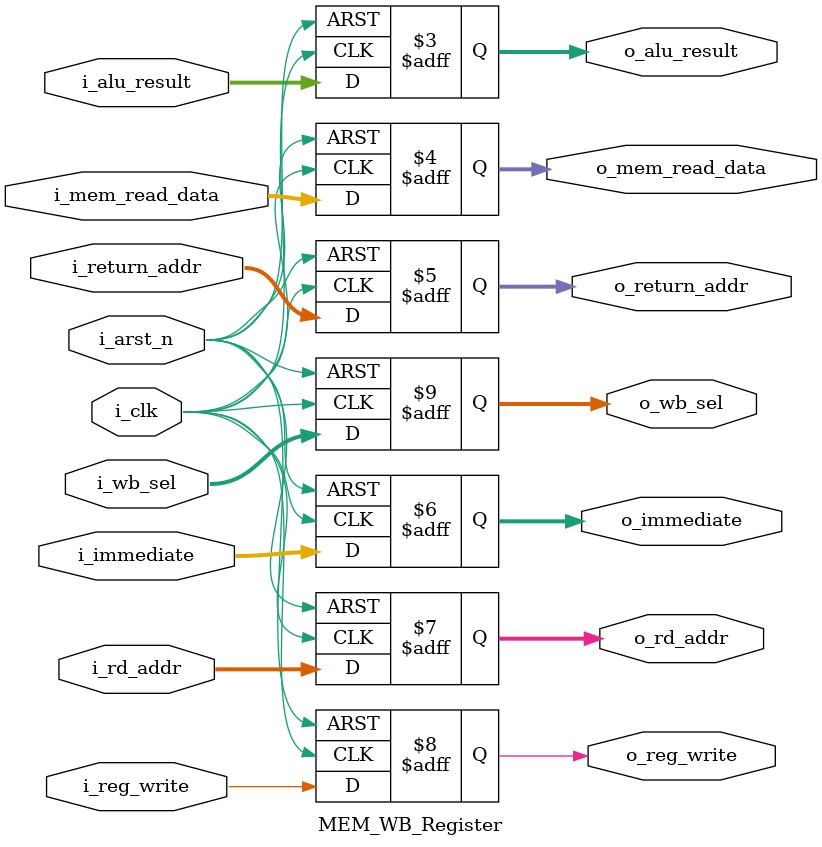
<source format=sv>

module MEM_WB_Register #(
    parameter N = 32
)(
    input  logic             i_clk,
    input  logic             i_arst_n,
    
    // Inputs from MEM stage
    input  logic [N-1:0]     i_alu_result,
    input  logic [N-1:0]     i_mem_read_data,
    input  logic [N-1:0]     i_return_addr,
    input  logic [N-1:0]     i_immediate,
    input  logic [4:0]       i_rd_addr,
    
    // Control signals from MEM stage
    input  logic             i_reg_write,
    input  logic [1:0]       i_wb_sel,
    
    // Outputs to WB stage
    output logic [N-1:0]     o_alu_result,
    output logic [N-1:0]     o_mem_read_data,
    output logic [N-1:0]     o_return_addr,
    output logic [N-1:0]     o_immediate,
    output logic [4:0]       o_rd_addr,
    
    // Control signals to WB stage
    output logic             o_reg_write,
    output logic [1:0]       o_wb_sel
);

    always_ff @(posedge i_clk or negedge i_arst_n) begin
        if (!i_arst_n) begin
            // Reset: Clear all signals
            o_alu_result     <= 32'h0;
            o_mem_read_data  <= 32'h0;
            o_return_addr    <= 32'h0;
            o_immediate      <= 32'h0;
            o_rd_addr        <= 5'h0;
            
            // Clear control signals
            o_reg_write      <= 1'b0;
            o_wb_sel         <= 2'b0;
        end
        else begin
            // Normal operation: Pass data through
            o_alu_result     <= i_alu_result;
            o_mem_read_data  <= i_mem_read_data;
            o_return_addr    <= i_return_addr;
            o_immediate      <= i_immediate;
            o_rd_addr        <= i_rd_addr;
            
            // Pass control signals
            o_reg_write      <= i_reg_write;
            o_wb_sel         <= i_wb_sel;
        end
    end

endmodule

</source>
